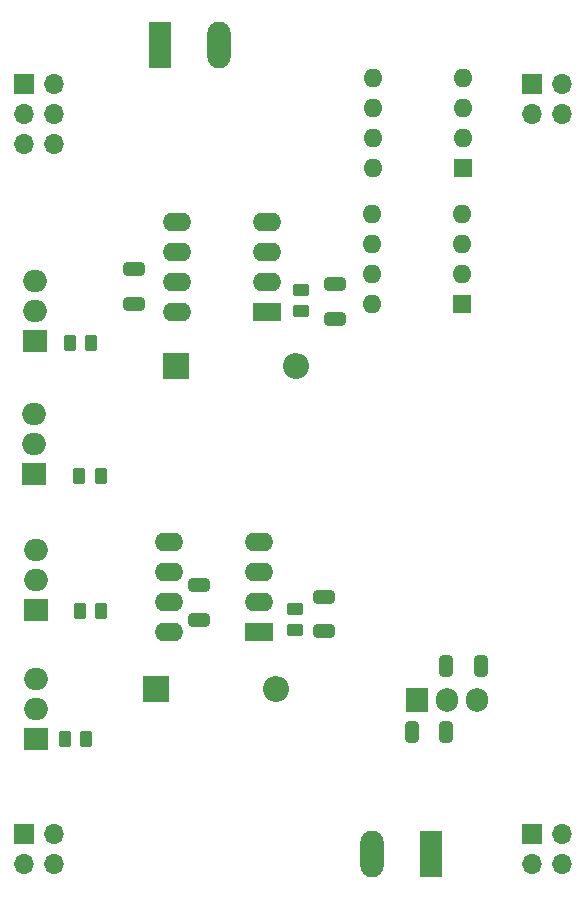
<source format=gbr>
%TF.GenerationSoftware,KiCad,Pcbnew,7.0.5*%
%TF.CreationDate,2023-11-23T21:46:28-03:00*%
%TF.ProjectId,Inversor,496e7665-7273-46f7-922e-6b696361645f,rev?*%
%TF.SameCoordinates,Original*%
%TF.FileFunction,Soldermask,Bot*%
%TF.FilePolarity,Negative*%
%FSLAX46Y46*%
G04 Gerber Fmt 4.6, Leading zero omitted, Abs format (unit mm)*
G04 Created by KiCad (PCBNEW 7.0.5) date 2023-11-23 21:46:28*
%MOMM*%
%LPD*%
G01*
G04 APERTURE LIST*
G04 Aperture macros list*
%AMRoundRect*
0 Rectangle with rounded corners*
0 $1 Rounding radius*
0 $2 $3 $4 $5 $6 $7 $8 $9 X,Y pos of 4 corners*
0 Add a 4 corners polygon primitive as box body*
4,1,4,$2,$3,$4,$5,$6,$7,$8,$9,$2,$3,0*
0 Add four circle primitives for the rounded corners*
1,1,$1+$1,$2,$3*
1,1,$1+$1,$4,$5*
1,1,$1+$1,$6,$7*
1,1,$1+$1,$8,$9*
0 Add four rect primitives between the rounded corners*
20,1,$1+$1,$2,$3,$4,$5,0*
20,1,$1+$1,$4,$5,$6,$7,0*
20,1,$1+$1,$6,$7,$8,$9,0*
20,1,$1+$1,$8,$9,$2,$3,0*%
G04 Aperture macros list end*
%ADD10R,2.000000X1.905000*%
%ADD11O,2.000000X1.905000*%
%ADD12O,1.980000X3.960000*%
%ADD13R,1.980000X3.960000*%
%ADD14R,2.200000X2.200000*%
%ADD15O,2.200000X2.200000*%
%ADD16O,1.700000X1.700000*%
%ADD17R,1.700000X1.700000*%
%ADD18R,1.600000X1.600000*%
%ADD19O,1.600000X1.600000*%
%ADD20R,2.400000X1.600000*%
%ADD21O,2.400000X1.600000*%
%ADD22R,1.905000X2.000000*%
%ADD23O,1.905000X2.000000*%
%ADD24RoundRect,0.250000X0.450000X-0.262500X0.450000X0.262500X-0.450000X0.262500X-0.450000X-0.262500X0*%
%ADD25RoundRect,0.250000X0.262500X0.450000X-0.262500X0.450000X-0.262500X-0.450000X0.262500X-0.450000X0*%
%ADD26RoundRect,0.250000X-0.325000X-0.650000X0.325000X-0.650000X0.325000X0.650000X-0.325000X0.650000X0*%
%ADD27RoundRect,0.250000X0.650000X-0.325000X0.650000X0.325000X-0.650000X0.325000X-0.650000X-0.325000X0*%
%ADD28RoundRect,0.250000X0.325000X0.650000X-0.325000X0.650000X-0.325000X-0.650000X0.325000X-0.650000X0*%
%ADD29RoundRect,0.250000X-0.650000X0.325000X-0.650000X-0.325000X0.650000X-0.325000X0.650000X0.325000X0*%
G04 APERTURE END LIST*
D10*
%TO.C,Q2*%
X60585000Y-98090000D03*
D11*
X60585000Y-95550000D03*
X60585000Y-93010000D03*
%TD*%
D12*
%TO.C,J1*%
X76230000Y-61790000D03*
D13*
X71230000Y-61790000D03*
%TD*%
D14*
%TO.C,D2*%
X72570000Y-89000000D03*
D15*
X82730000Y-89000000D03*
%TD*%
D16*
%TO.C,J7*%
X62245000Y-70166250D03*
X59705000Y-70166250D03*
X62245000Y-67626250D03*
X59705000Y-67626250D03*
X62245000Y-65086250D03*
D17*
X59705000Y-65086250D03*
%TD*%
D18*
%TO.C,U6*%
X96760000Y-83730000D03*
D19*
X96760000Y-81190000D03*
X96760000Y-78650000D03*
X96760000Y-76110000D03*
X89140000Y-76110000D03*
X89140000Y-78650000D03*
X89140000Y-81190000D03*
X89140000Y-83730000D03*
%TD*%
D18*
%TO.C,U5*%
X96890000Y-72230000D03*
D19*
X96890000Y-69690000D03*
X96890000Y-67150000D03*
X96890000Y-64610000D03*
X89270000Y-64610000D03*
X89270000Y-67150000D03*
X89270000Y-69690000D03*
X89270000Y-72230000D03*
%TD*%
D16*
%TO.C,J4*%
X105245000Y-67626250D03*
X102705000Y-67626250D03*
X105245000Y-65086250D03*
D17*
X102705000Y-65086250D03*
%TD*%
D10*
%TO.C,Q1*%
X60615000Y-86880000D03*
D11*
X60615000Y-84340000D03*
X60615000Y-81800000D03*
%TD*%
D20*
%TO.C,U1*%
X80275000Y-84390000D03*
D21*
X80275000Y-81850000D03*
X80275000Y-79310000D03*
X80275000Y-76770000D03*
X72655000Y-76770000D03*
X72655000Y-79310000D03*
X72655000Y-81850000D03*
X72655000Y-84390000D03*
%TD*%
D10*
%TO.C,Q3*%
X60732800Y-109647600D03*
D11*
X60732800Y-107107600D03*
X60732800Y-104567600D03*
%TD*%
D16*
%TO.C,J6*%
X62245000Y-131126250D03*
X59705000Y-131126250D03*
X62245000Y-128586250D03*
D17*
X59705000Y-128586250D03*
%TD*%
D22*
%TO.C,U2*%
X93020000Y-117215000D03*
D23*
X95560000Y-117215000D03*
X98100000Y-117215000D03*
%TD*%
D16*
%TO.C,J5*%
X105245000Y-131126250D03*
X102705000Y-131126250D03*
X105245000Y-128586250D03*
D17*
X102705000Y-128586250D03*
%TD*%
D14*
%TO.C,D1*%
X70920000Y-116315000D03*
D15*
X81080000Y-116315000D03*
%TD*%
D13*
%TO.C,J3*%
X94195000Y-130300000D03*
D12*
X89195000Y-130300000D03*
%TD*%
D10*
%TO.C,Q4*%
X60760000Y-120570000D03*
D11*
X60760000Y-118030000D03*
X60760000Y-115490000D03*
%TD*%
D20*
%TO.C,U3*%
X79575000Y-111445000D03*
D21*
X79575000Y-108905000D03*
X79575000Y-106365000D03*
X79575000Y-103825000D03*
X71955000Y-103825000D03*
X71955000Y-106365000D03*
X71955000Y-108905000D03*
X71955000Y-111445000D03*
%TD*%
D24*
%TO.C,R12*%
X83170000Y-84332500D03*
X83170000Y-82507500D03*
%TD*%
D25*
%TO.C,R4*%
X65392500Y-87040000D03*
X63567500Y-87040000D03*
%TD*%
D24*
%TO.C,R6*%
X82620000Y-111322500D03*
X82620000Y-109497500D03*
%TD*%
D25*
%TO.C,R2*%
X64992500Y-120510000D03*
X63167500Y-120510000D03*
%TD*%
D26*
%TO.C,C6*%
X95450000Y-114355000D03*
X98400000Y-114355000D03*
%TD*%
D27*
%TO.C,C3*%
X86030000Y-84985000D03*
X86030000Y-82035000D03*
%TD*%
D25*
%TO.C,R1*%
X66232500Y-109745000D03*
X64407500Y-109745000D03*
%TD*%
D28*
%TO.C,C5*%
X95475000Y-119965000D03*
X92525000Y-119965000D03*
%TD*%
D27*
%TO.C,C1*%
X85080000Y-111440000D03*
X85080000Y-108490000D03*
%TD*%
D29*
%TO.C,C4*%
X69030000Y-80765000D03*
X69030000Y-83715000D03*
%TD*%
%TO.C,C2*%
X74560000Y-107495000D03*
X74560000Y-110445000D03*
%TD*%
D25*
%TO.C,R3*%
X66200000Y-98310000D03*
X64375000Y-98310000D03*
%TD*%
M02*

</source>
